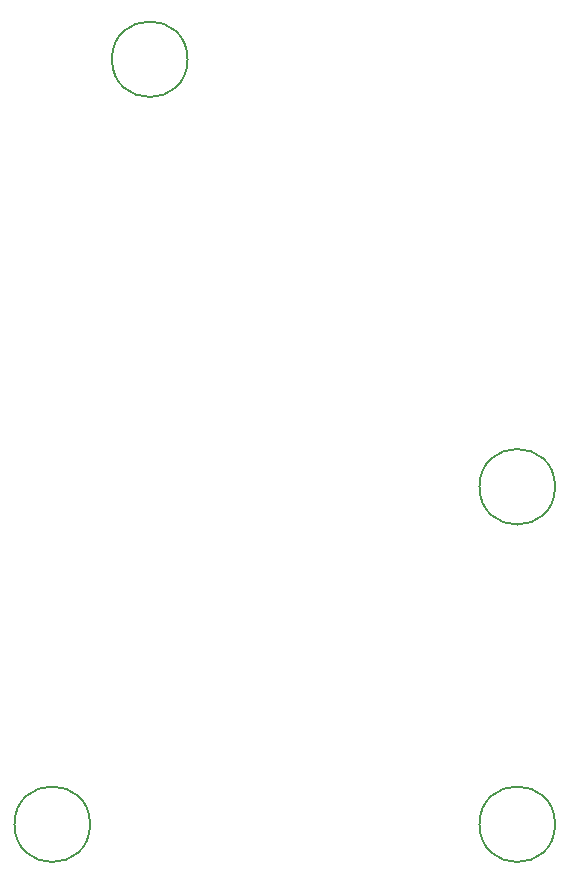
<source format=gbr>
%TF.GenerationSoftware,KiCad,Pcbnew,(6.0.9)*%
%TF.CreationDate,2023-01-21T07:08:28-09:00*%
%TF.ProjectId,CONTROLLER_AMPCD DDI,434f4e54-524f-44c4-9c45-525f414d5043,1*%
%TF.SameCoordinates,Original*%
%TF.FileFunction,Other,Comment*%
%FSLAX46Y46*%
G04 Gerber Fmt 4.6, Leading zero omitted, Abs format (unit mm)*
G04 Created by KiCad (PCBNEW (6.0.9)) date 2023-01-21 07:08:28*
%MOMM*%
%LPD*%
G01*
G04 APERTURE LIST*
%ADD10C,0.150000*%
G04 APERTURE END LIST*
D10*
%TO.C,H1*%
X13995000Y67310000D02*
G75*
G03*
X13995000Y67310000I-3200000J0D01*
G01*
%TO.C,H2*%
X45110000Y31115000D02*
G75*
G03*
X45110000Y31115000I-3200000J0D01*
G01*
%TO.C,H3*%
X5740000Y2540000D02*
G75*
G03*
X5740000Y2540000I-3200000J0D01*
G01*
%TO.C,H4*%
X45110000Y2540000D02*
G75*
G03*
X45110000Y2540000I-3200000J0D01*
G01*
%TD*%
M02*

</source>
